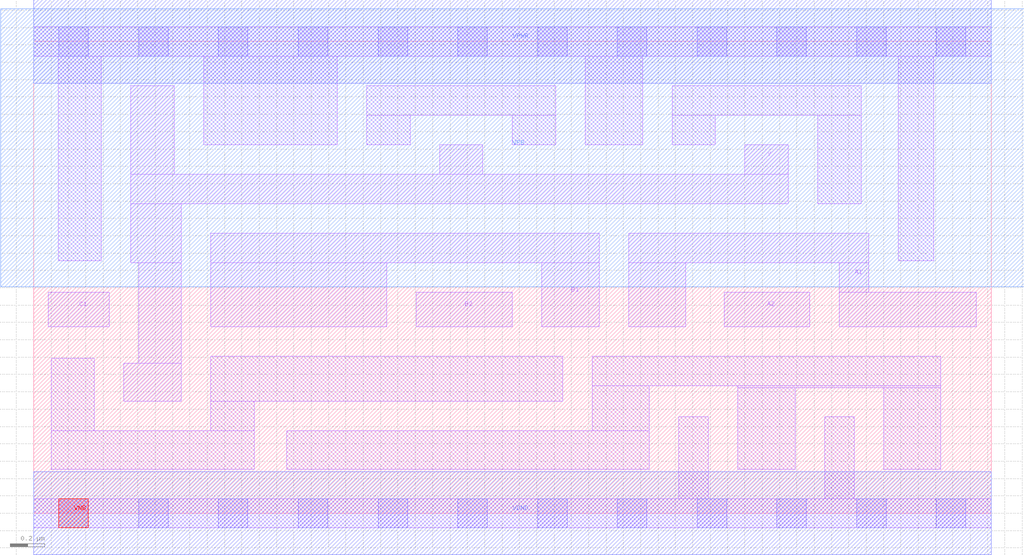
<source format=lef>
# Copyright 2020 The SkyWater PDK Authors
#
# Licensed under the Apache License, Version 2.0 (the "License");
# you may not use this file except in compliance with the License.
# You may obtain a copy of the License at
#
#     https://www.apache.org/licenses/LICENSE-2.0
#
# Unless required by applicable law or agreed to in writing, software
# distributed under the License is distributed on an "AS IS" BASIS,
# WITHOUT WARRANTIES OR CONDITIONS OF ANY KIND, either express or implied.
# See the License for the specific language governing permissions and
# limitations under the License.
#
# SPDX-License-Identifier: Apache-2.0

VERSION 5.7 ;
  NOWIREEXTENSIONATPIN ON ;
  DIVIDERCHAR "/" ;
  BUSBITCHARS "[]" ;
MACRO sky130_fd_sc_hd__o221ai_2
  CLASS CORE ;
  FOREIGN sky130_fd_sc_hd__o221ai_2 ;
  ORIGIN  0.000000  0.000000 ;
  SIZE  5.520000 BY  2.720000 ;
  SYMMETRY X Y R90 ;
  SITE unithd ;
  PIN A1
    ANTENNAGATEAREA  0.495000 ;
    DIRECTION INPUT ;
    USE SIGNAL ;
    PORT
      LAYER li1 ;
        RECT 3.430000 1.075000 3.760000 1.445000 ;
        RECT 3.430000 1.445000 4.815000 1.615000 ;
        RECT 4.645000 1.075000 5.435000 1.275000 ;
        RECT 4.645000 1.275000 4.815000 1.445000 ;
    END
  END A1
  PIN A2
    ANTENNAGATEAREA  0.495000 ;
    DIRECTION INPUT ;
    USE SIGNAL ;
    PORT
      LAYER li1 ;
        RECT 3.980000 1.075000 4.475000 1.275000 ;
    END
  END A2
  PIN B1
    ANTENNAGATEAREA  0.495000 ;
    DIRECTION INPUT ;
    USE SIGNAL ;
    PORT
      LAYER li1 ;
        RECT 1.020000 1.075000 2.035000 1.445000 ;
        RECT 1.020000 1.445000 3.260000 1.615000 ;
        RECT 2.930000 1.075000 3.260000 1.445000 ;
    END
  END B1
  PIN B2
    ANTENNAGATEAREA  0.495000 ;
    DIRECTION INPUT ;
    USE SIGNAL ;
    PORT
      LAYER li1 ;
        RECT 2.205000 1.075000 2.760000 1.275000 ;
    END
  END B2
  PIN C1
    ANTENNAGATEAREA  0.495000 ;
    DIRECTION INPUT ;
    USE SIGNAL ;
    PORT
      LAYER li1 ;
        RECT 0.085000 1.075000 0.435000 1.275000 ;
    END
  END C1
  PIN Y
    ANTENNADIFFAREA  0.985500 ;
    DIRECTION OUTPUT ;
    USE SIGNAL ;
    PORT
      LAYER li1 ;
        RECT 0.520000 0.645000 0.850000 0.865000 ;
        RECT 0.560000 1.445000 0.850000 1.785000 ;
        RECT 0.560000 1.785000 4.350000 1.955000 ;
        RECT 0.560000 1.955000 0.810000 2.465000 ;
        RECT 0.605000 0.865000 0.850000 1.445000 ;
        RECT 2.340000 1.955000 2.590000 2.125000 ;
        RECT 4.100000 1.955000 4.350000 2.125000 ;
    END
  END Y
  PIN VGND
    DIRECTION INOUT ;
    SHAPE ABUTMENT ;
    USE GROUND ;
    PORT
      LAYER met1 ;
        RECT 0.000000 -0.240000 5.520000 0.240000 ;
    END
  END VGND
  PIN VNB
    DIRECTION INOUT ;
    USE GROUND ;
    PORT
      LAYER pwell ;
        RECT 0.145000 -0.085000 0.315000 0.085000 ;
    END
  END VNB
  PIN VPB
    DIRECTION INOUT ;
    USE POWER ;
    PORT
      LAYER nwell ;
        RECT -0.190000 1.305000 5.710000 2.910000 ;
    END
  END VPB
  PIN VPWR
    DIRECTION INOUT ;
    SHAPE ABUTMENT ;
    USE POWER ;
    PORT
      LAYER met1 ;
        RECT 0.000000 2.480000 5.520000 2.960000 ;
    END
  END VPWR
  OBS
    LAYER li1 ;
      RECT 0.000000 -0.085000 5.520000 0.085000 ;
      RECT 0.000000  2.635000 5.520000 2.805000 ;
      RECT 0.100000  0.255000 1.270000 0.475000 ;
      RECT 0.100000  0.475000 0.350000 0.895000 ;
      RECT 0.140000  1.455000 0.390000 2.635000 ;
      RECT 0.980000  2.125000 1.750000 2.635000 ;
      RECT 1.020000  0.475000 1.270000 0.645000 ;
      RECT 1.020000  0.645000 3.050000 0.905000 ;
      RECT 1.460000  0.255000 3.550000 0.475000 ;
      RECT 1.920000  2.125000 2.170000 2.295000 ;
      RECT 1.920000  2.295000 3.010000 2.465000 ;
      RECT 2.760000  2.125000 3.010000 2.295000 ;
      RECT 3.180000  2.125000 3.510000 2.635000 ;
      RECT 3.220000  0.475000 3.550000 0.735000 ;
      RECT 3.220000  0.735000 5.230000 0.905000 ;
      RECT 3.680000  2.125000 3.930000 2.295000 ;
      RECT 3.680000  2.295000 4.770000 2.465000 ;
      RECT 3.720000  0.085000 3.890000 0.555000 ;
      RECT 4.060000  0.255000 4.390000 0.725000 ;
      RECT 4.060000  0.725000 5.230000 0.735000 ;
      RECT 4.520000  1.785000 4.770000 2.295000 ;
      RECT 4.560000  0.085000 4.730000 0.555000 ;
      RECT 4.900000  0.255000 5.230000 0.725000 ;
      RECT 4.985000  1.455000 5.190000 2.635000 ;
    LAYER mcon ;
      RECT 0.145000 -0.085000 0.315000 0.085000 ;
      RECT 0.145000  2.635000 0.315000 2.805000 ;
      RECT 0.605000 -0.085000 0.775000 0.085000 ;
      RECT 0.605000  2.635000 0.775000 2.805000 ;
      RECT 1.065000 -0.085000 1.235000 0.085000 ;
      RECT 1.065000  2.635000 1.235000 2.805000 ;
      RECT 1.525000 -0.085000 1.695000 0.085000 ;
      RECT 1.525000  2.635000 1.695000 2.805000 ;
      RECT 1.985000 -0.085000 2.155000 0.085000 ;
      RECT 1.985000  2.635000 2.155000 2.805000 ;
      RECT 2.445000 -0.085000 2.615000 0.085000 ;
      RECT 2.445000  2.635000 2.615000 2.805000 ;
      RECT 2.905000 -0.085000 3.075000 0.085000 ;
      RECT 2.905000  2.635000 3.075000 2.805000 ;
      RECT 3.365000 -0.085000 3.535000 0.085000 ;
      RECT 3.365000  2.635000 3.535000 2.805000 ;
      RECT 3.825000 -0.085000 3.995000 0.085000 ;
      RECT 3.825000  2.635000 3.995000 2.805000 ;
      RECT 4.285000 -0.085000 4.455000 0.085000 ;
      RECT 4.285000  2.635000 4.455000 2.805000 ;
      RECT 4.745000 -0.085000 4.915000 0.085000 ;
      RECT 4.745000  2.635000 4.915000 2.805000 ;
      RECT 5.205000 -0.085000 5.375000 0.085000 ;
      RECT 5.205000  2.635000 5.375000 2.805000 ;
  END
END sky130_fd_sc_hd__o221ai_2
END LIBRARY

</source>
